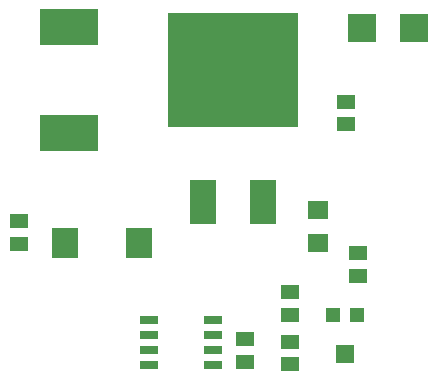
<source format=gbr>
%TF.GenerationSoftware,KiCad,Pcbnew,7.0.5-0*%
%TF.CreationDate,2023-07-08T10:54:15-04:00*%
%TF.ProjectId,PierogiNixiePSU,50696572-6f67-4694-9e69-786965505355,rev?*%
%TF.SameCoordinates,Original*%
%TF.FileFunction,Paste,Top*%
%TF.FilePolarity,Positive*%
%FSLAX46Y46*%
G04 Gerber Fmt 4.6, Leading zero omitted, Abs format (unit mm)*
G04 Created by KiCad (PCBNEW 7.0.5-0) date 2023-07-08 10:54:15*
%MOMM*%
%LPD*%
G01*
G04 APERTURE LIST*
%ADD10R,1.803000X1.600000*%
%ADD11R,1.500000X1.300000*%
%ADD12R,2.320000X3.810000*%
%ADD13R,11.000000X9.650000*%
%ADD14R,4.900000X3.050000*%
%ADD15R,1.550000X0.700000*%
%ADD16R,2.300000X2.500000*%
%ADD17R,2.400000X2.400000*%
%ADD18R,1.200000X1.200000*%
%ADD19R,1.600000X1.500000*%
G04 APERTURE END LIST*
D10*
%TO.C,R2*%
X154500000Y-106478000D03*
X154500000Y-109322000D03*
%TD*%
D11*
%TO.C,C5*%
X156900000Y-97350000D03*
X156900000Y-99250000D03*
%TD*%
D12*
%TO.C,Q2*%
X144720000Y-105845000D03*
D13*
X147260000Y-94675000D03*
D12*
X149800000Y-105845000D03*
%TD*%
D11*
%TO.C,C3*%
X148300000Y-119350000D03*
X148300000Y-117450000D03*
%TD*%
D14*
%TO.C,L1*%
X133400000Y-100000000D03*
X133400000Y-91000000D03*
%TD*%
D11*
%TO.C,C2*%
X129200000Y-109350000D03*
X129200000Y-107450000D03*
%TD*%
D15*
%TO.C,U1*%
X140175000Y-115795000D03*
X140175000Y-117065000D03*
X140175000Y-118335000D03*
X140175000Y-119605000D03*
X145625000Y-119605000D03*
X145625000Y-118335000D03*
X145625000Y-117065000D03*
X145625000Y-115795000D03*
%TD*%
D16*
%TO.C,C1*%
X133100000Y-109300000D03*
X139300000Y-109300000D03*
%TD*%
D11*
%TO.C,R1*%
X157900000Y-112050000D03*
X157900000Y-110150000D03*
%TD*%
D17*
%TO.C,D1*%
X158200000Y-91100000D03*
X162600000Y-91100000D03*
%TD*%
D11*
%TO.C,R4*%
X152100000Y-117650000D03*
X152100000Y-119550000D03*
%TD*%
%TO.C,R3*%
X152100000Y-113450000D03*
X152100000Y-115350000D03*
%TD*%
D18*
%TO.C,VR1*%
X157800000Y-115400000D03*
D19*
X156800000Y-118650000D03*
D18*
X155800000Y-115400000D03*
%TD*%
M02*

</source>
